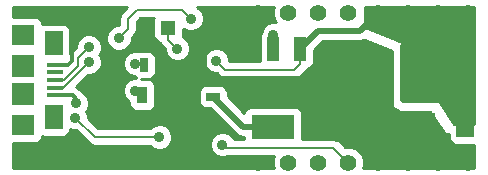
<source format=gbl>
G04 (created by PCBNEW-RS274X (2012-apr-16-27)-stable) date Sun 05 Jan 2014 06:44:37 PM EST*
G01*
G70*
G90*
%MOIN*%
G04 Gerber Fmt 3.4, Leading zero omitted, Abs format*
%FSLAX34Y34*%
G04 APERTURE LIST*
%ADD10C,0.006000*%
%ADD11R,0.074700X0.074700*%
%ADD12R,0.074700X0.074800*%
%ADD13R,0.074700X0.070700*%
%ADD14R,0.062900X0.082500*%
%ADD15R,0.053000X0.015700*%
%ADD16C,0.189000*%
%ADD17R,0.189000X0.189000*%
%ADD18R,0.144000X0.080000*%
%ADD19R,0.040000X0.080000*%
%ADD20R,0.060000X0.080000*%
%ADD21R,0.035000X0.055000*%
%ADD22R,0.025000X0.045000*%
%ADD23R,0.045000X0.025000*%
%ADD24R,0.050000X0.050000*%
%ADD25C,0.055000*%
%ADD26C,0.035000*%
%ADD27C,0.008000*%
%ADD28C,0.020000*%
%ADD29C,0.012000*%
%ADD30C,0.010000*%
G04 APERTURE END LIST*
G54D10*
G54D11*
X60670Y-27222D03*
G54D12*
X60670Y-26278D03*
G54D13*
X60670Y-25254D03*
G54D14*
X61674Y-27970D03*
G54D15*
X61724Y-27261D03*
X61724Y-27005D03*
X61724Y-26750D03*
X61724Y-26495D03*
X61724Y-26239D03*
G54D14*
X61674Y-25530D03*
G54D13*
X60670Y-28246D03*
G54D16*
X71750Y-26500D03*
G54D17*
X74150Y-26500D03*
G54D16*
X72650Y-28500D03*
G54D18*
X69000Y-28300D03*
G54D19*
X69000Y-25700D03*
X69900Y-25700D03*
X68100Y-25700D03*
G54D20*
X75400Y-28250D03*
X74100Y-28250D03*
G54D21*
X64625Y-27250D03*
X65375Y-27250D03*
G54D22*
X64700Y-26250D03*
X65300Y-26250D03*
G54D23*
X67000Y-27300D03*
X67000Y-26700D03*
G54D24*
X65500Y-25000D03*
G54D25*
X68500Y-29500D03*
X69500Y-29500D03*
X70500Y-29500D03*
X71500Y-29500D03*
X72500Y-29500D03*
X73500Y-29500D03*
X74500Y-29500D03*
X75500Y-29500D03*
X75500Y-24500D03*
X74500Y-24500D03*
X73500Y-24500D03*
X72500Y-24500D03*
X71500Y-24500D03*
X70500Y-24500D03*
X69500Y-24500D03*
X68500Y-24500D03*
G54D26*
X67100Y-26100D03*
X66250Y-24700D03*
X63850Y-25350D03*
X69000Y-25250D03*
X69000Y-28100D03*
X67300Y-28900D03*
X62300Y-24850D03*
X64700Y-25000D03*
X65400Y-26700D03*
X65200Y-28000D03*
X62400Y-28000D03*
X65200Y-28650D03*
X62850Y-25650D03*
X62850Y-26150D03*
X65800Y-25700D03*
X64400Y-26200D03*
X62425Y-27525D03*
X64400Y-27100D03*
G54D27*
X69900Y-25700D02*
X69900Y-26200D01*
G54D28*
X70500Y-25100D02*
X71900Y-25100D01*
X69900Y-25700D02*
X70500Y-25100D01*
G54D27*
X69900Y-26200D02*
X69700Y-26400D01*
X67400Y-26400D02*
X67100Y-26100D01*
X69700Y-26400D02*
X67400Y-26400D01*
G54D28*
X71900Y-25100D02*
X72500Y-24500D01*
X75400Y-27750D02*
X74150Y-26500D01*
X75400Y-28250D02*
X75400Y-27750D01*
G54D27*
X65950Y-24400D02*
X66250Y-24700D01*
X64450Y-24400D02*
X65950Y-24400D01*
X64150Y-25050D02*
X64150Y-24700D01*
X63850Y-25350D02*
X64150Y-25050D01*
X64150Y-24700D02*
X64450Y-24400D01*
G54D28*
X69000Y-28100D02*
X69000Y-28300D01*
X69000Y-25700D02*
X69000Y-25250D01*
X68000Y-28300D02*
X69000Y-28300D01*
X67000Y-27300D02*
X68000Y-28300D01*
G54D27*
X67300Y-28900D02*
X67400Y-29000D01*
X67400Y-29000D02*
X71000Y-29000D01*
X71000Y-29000D02*
X71500Y-29500D01*
G54D29*
X62300Y-26100D02*
X62300Y-24850D01*
X62161Y-26239D02*
X62300Y-26100D01*
X62161Y-26239D02*
X61724Y-26239D01*
G54D28*
X68100Y-26700D02*
X71550Y-26700D01*
X68100Y-24900D02*
X68500Y-24500D01*
X67900Y-25500D02*
X66700Y-25500D01*
X68500Y-29500D02*
X67000Y-29500D01*
X68100Y-25700D02*
X67900Y-25500D01*
X65375Y-26700D02*
X66700Y-26700D01*
X65375Y-26325D02*
X65300Y-26250D01*
X66700Y-26700D02*
X67000Y-26700D01*
X72900Y-28250D02*
X72650Y-28500D01*
X68100Y-25700D02*
X68100Y-24900D01*
X65375Y-27250D02*
X65375Y-26700D01*
X67000Y-26700D02*
X68100Y-26700D01*
X71550Y-26700D02*
X71750Y-26500D01*
G54D27*
X65375Y-27875D02*
X65325Y-27875D01*
G54D28*
X64700Y-25300D02*
X64700Y-25000D01*
X74100Y-28250D02*
X72900Y-28250D01*
X66700Y-25500D02*
X66700Y-26700D01*
X67000Y-29500D02*
X65375Y-27875D01*
G54D27*
X65400Y-26700D02*
X65375Y-26700D01*
G54D28*
X65375Y-27875D02*
X65375Y-27250D01*
X65375Y-26700D02*
X65375Y-26325D01*
X65300Y-25900D02*
X64700Y-25300D01*
X65300Y-26250D02*
X65300Y-25900D01*
G54D27*
X65325Y-27875D02*
X65200Y-28000D01*
X62400Y-28000D02*
X63050Y-28650D01*
X63050Y-28650D02*
X63400Y-28650D01*
X63400Y-28650D02*
X65200Y-28650D01*
X61724Y-26750D02*
X62020Y-26750D01*
X62500Y-26270D02*
X62500Y-26000D01*
X62500Y-26000D02*
X62850Y-25650D01*
X62020Y-26750D02*
X62500Y-26270D01*
X61724Y-27005D02*
X61995Y-27005D01*
X61995Y-27005D02*
X62850Y-26150D01*
X65500Y-25400D02*
X65500Y-25000D01*
X65800Y-25700D02*
X65500Y-25400D01*
X64450Y-26250D02*
X64700Y-26250D01*
X64400Y-26200D02*
X64450Y-26250D01*
G54D29*
X61724Y-27261D02*
X62311Y-27261D01*
X62425Y-27375D02*
X62425Y-27525D01*
X62311Y-27261D02*
X62425Y-27375D01*
X64400Y-27100D02*
X64550Y-27250D01*
X64550Y-27250D02*
X64625Y-27250D01*
G54D10*
G36*
X75675Y-28200D02*
X75027Y-28200D01*
X74527Y-27450D01*
X73300Y-27450D01*
X73300Y-25466D01*
X72050Y-24966D01*
X72050Y-24325D01*
X75675Y-24325D01*
X75675Y-28200D01*
X75675Y-28200D01*
G37*
G54D30*
X75675Y-28200D02*
X75027Y-28200D01*
X74527Y-27450D01*
X73300Y-27450D01*
X73300Y-25466D01*
X72050Y-24966D01*
X72050Y-24325D01*
X75675Y-24325D01*
X75675Y-28200D01*
G54D10*
G36*
X75675Y-29675D02*
X71995Y-29675D01*
X72025Y-29605D01*
X72025Y-29396D01*
X71945Y-29203D01*
X71798Y-29055D01*
X71605Y-28975D01*
X71396Y-28975D01*
X71388Y-28978D01*
X71205Y-28795D01*
X71111Y-28732D01*
X71000Y-28710D01*
X69969Y-28710D01*
X69969Y-28651D01*
X69969Y-27851D01*
X69931Y-27759D01*
X69861Y-27689D01*
X69770Y-27651D01*
X69671Y-27651D01*
X68231Y-27651D01*
X68139Y-27689D01*
X68069Y-27759D01*
X68035Y-27840D01*
X67474Y-27279D01*
X67474Y-27126D01*
X67436Y-27034D01*
X67366Y-26964D01*
X67275Y-26926D01*
X67176Y-26926D01*
X66726Y-26926D01*
X66634Y-26964D01*
X66564Y-27034D01*
X66526Y-27125D01*
X66526Y-27224D01*
X66526Y-27474D01*
X66564Y-27566D01*
X66634Y-27636D01*
X66725Y-27674D01*
X66824Y-27674D01*
X66879Y-27674D01*
X67752Y-28547D01*
X67753Y-28547D01*
X67866Y-28623D01*
X68000Y-28650D01*
X68031Y-28650D01*
X68031Y-28710D01*
X67681Y-28710D01*
X67661Y-28660D01*
X67541Y-28540D01*
X67385Y-28475D01*
X67216Y-28475D01*
X67060Y-28539D01*
X66940Y-28659D01*
X66875Y-28815D01*
X66875Y-28984D01*
X66939Y-29140D01*
X67059Y-29260D01*
X67215Y-29325D01*
X67384Y-29325D01*
X67469Y-29290D01*
X69018Y-29290D01*
X68975Y-29395D01*
X68975Y-29604D01*
X69004Y-29675D01*
X60325Y-29675D01*
X60325Y-28848D01*
X60346Y-28848D01*
X61092Y-28848D01*
X61184Y-28810D01*
X61254Y-28740D01*
X61292Y-28649D01*
X61292Y-28623D01*
X61310Y-28631D01*
X61409Y-28631D01*
X62037Y-28631D01*
X62129Y-28593D01*
X62199Y-28523D01*
X62237Y-28432D01*
X62237Y-28392D01*
X62315Y-28425D01*
X62415Y-28425D01*
X62845Y-28855D01*
X62939Y-28918D01*
X63050Y-28940D01*
X63400Y-28940D01*
X64889Y-28940D01*
X64959Y-29010D01*
X65115Y-29075D01*
X65284Y-29075D01*
X65440Y-29011D01*
X65560Y-28891D01*
X65625Y-28735D01*
X65625Y-28566D01*
X65561Y-28410D01*
X65441Y-28290D01*
X65285Y-28225D01*
X65116Y-28225D01*
X65074Y-28242D01*
X65074Y-26525D01*
X65074Y-26426D01*
X65074Y-25976D01*
X65036Y-25884D01*
X64966Y-25814D01*
X64875Y-25776D01*
X64776Y-25776D01*
X64526Y-25776D01*
X64506Y-25784D01*
X64485Y-25775D01*
X64316Y-25775D01*
X64160Y-25839D01*
X64040Y-25959D01*
X63975Y-26115D01*
X63975Y-26284D01*
X64039Y-26440D01*
X64159Y-26560D01*
X64315Y-26625D01*
X64373Y-26625D01*
X64423Y-26675D01*
X64316Y-26675D01*
X64160Y-26739D01*
X64040Y-26859D01*
X63975Y-27015D01*
X63975Y-27184D01*
X64039Y-27340D01*
X64159Y-27460D01*
X64201Y-27477D01*
X64201Y-27574D01*
X64239Y-27666D01*
X64309Y-27736D01*
X64400Y-27774D01*
X64499Y-27774D01*
X64849Y-27774D01*
X64941Y-27736D01*
X65011Y-27666D01*
X65049Y-27575D01*
X65049Y-27476D01*
X65049Y-26926D01*
X65011Y-26834D01*
X64941Y-26764D01*
X64850Y-26726D01*
X64751Y-26726D01*
X64607Y-26726D01*
X64602Y-26724D01*
X64624Y-26724D01*
X64874Y-26724D01*
X64966Y-26686D01*
X65036Y-26616D01*
X65074Y-26525D01*
X65074Y-28242D01*
X64960Y-28289D01*
X64889Y-28360D01*
X63400Y-28360D01*
X63170Y-28360D01*
X62825Y-28015D01*
X62825Y-27916D01*
X62769Y-27781D01*
X62785Y-27766D01*
X62850Y-27610D01*
X62850Y-27441D01*
X62786Y-27285D01*
X62666Y-27165D01*
X62644Y-27156D01*
X62643Y-27155D01*
X62530Y-27042D01*
X62432Y-26977D01*
X62835Y-26575D01*
X62934Y-26575D01*
X63090Y-26511D01*
X63210Y-26391D01*
X63275Y-26235D01*
X63275Y-26066D01*
X63211Y-25910D01*
X63201Y-25900D01*
X63210Y-25891D01*
X63275Y-25735D01*
X63275Y-25566D01*
X63211Y-25410D01*
X63091Y-25290D01*
X62935Y-25225D01*
X62766Y-25225D01*
X62610Y-25289D01*
X62490Y-25409D01*
X62425Y-25565D01*
X62425Y-25665D01*
X62295Y-25795D01*
X62237Y-25881D01*
X62237Y-25069D01*
X62199Y-24977D01*
X62129Y-24907D01*
X62038Y-24869D01*
X61939Y-24869D01*
X61311Y-24869D01*
X61292Y-24876D01*
X61292Y-24852D01*
X61254Y-24760D01*
X61184Y-24690D01*
X61093Y-24652D01*
X60994Y-24652D01*
X60325Y-24652D01*
X60325Y-24325D01*
X64115Y-24325D01*
X63945Y-24495D01*
X63882Y-24589D01*
X63860Y-24700D01*
X63860Y-24925D01*
X63766Y-24925D01*
X63610Y-24989D01*
X63490Y-25109D01*
X63425Y-25265D01*
X63425Y-25434D01*
X63489Y-25590D01*
X63609Y-25710D01*
X63765Y-25775D01*
X63934Y-25775D01*
X64090Y-25711D01*
X64210Y-25591D01*
X64275Y-25435D01*
X64275Y-25335D01*
X64355Y-25255D01*
X64418Y-25161D01*
X64440Y-25050D01*
X64440Y-24820D01*
X64570Y-24690D01*
X65005Y-24690D01*
X65001Y-24700D01*
X65001Y-24799D01*
X65001Y-25299D01*
X65039Y-25391D01*
X65109Y-25461D01*
X65200Y-25499D01*
X65229Y-25499D01*
X65232Y-25511D01*
X65295Y-25605D01*
X65375Y-25685D01*
X65375Y-25784D01*
X65439Y-25940D01*
X65559Y-26060D01*
X65715Y-26125D01*
X65884Y-26125D01*
X66040Y-26061D01*
X66160Y-25941D01*
X66225Y-25785D01*
X66225Y-25616D01*
X66161Y-25460D01*
X66041Y-25340D01*
X65990Y-25319D01*
X65999Y-25300D01*
X65999Y-25201D01*
X65999Y-25050D01*
X66009Y-25060D01*
X66165Y-25125D01*
X66334Y-25125D01*
X66490Y-25061D01*
X66610Y-24941D01*
X66675Y-24785D01*
X66675Y-24616D01*
X66611Y-24460D01*
X66491Y-24340D01*
X66455Y-24325D01*
X69004Y-24325D01*
X68975Y-24395D01*
X68975Y-24604D01*
X69055Y-24797D01*
X69082Y-24825D01*
X68916Y-24825D01*
X68760Y-24889D01*
X68640Y-25009D01*
X68575Y-25165D01*
X68575Y-25192D01*
X68551Y-25250D01*
X68551Y-25349D01*
X68551Y-26110D01*
X67525Y-26110D01*
X67525Y-26016D01*
X67461Y-25860D01*
X67341Y-25740D01*
X67185Y-25675D01*
X67016Y-25675D01*
X66860Y-25739D01*
X66740Y-25859D01*
X66675Y-26015D01*
X66675Y-26184D01*
X66739Y-26340D01*
X66859Y-26460D01*
X67015Y-26525D01*
X67115Y-26525D01*
X67195Y-26605D01*
X67289Y-26668D01*
X67400Y-26690D01*
X69700Y-26690D01*
X69811Y-26668D01*
X69905Y-26605D01*
X70104Y-26406D01*
X70104Y-26405D01*
X70105Y-26405D01*
X70142Y-26349D01*
X70149Y-26349D01*
X70241Y-26311D01*
X70311Y-26241D01*
X70349Y-26150D01*
X70349Y-26051D01*
X70349Y-25745D01*
X70644Y-25450D01*
X71900Y-25450D01*
X71900Y-25449D01*
X72034Y-25423D01*
X72039Y-25419D01*
X72950Y-25784D01*
X72950Y-27800D01*
X74223Y-27800D01*
X74723Y-28550D01*
X74851Y-28550D01*
X74851Y-28699D01*
X74889Y-28791D01*
X74959Y-28861D01*
X75050Y-28899D01*
X75149Y-28899D01*
X75675Y-28899D01*
X75675Y-29675D01*
X75675Y-29675D01*
G37*
G54D30*
X75675Y-29675D02*
X71995Y-29675D01*
X72025Y-29605D01*
X72025Y-29396D01*
X71945Y-29203D01*
X71798Y-29055D01*
X71605Y-28975D01*
X71396Y-28975D01*
X71388Y-28978D01*
X71205Y-28795D01*
X71111Y-28732D01*
X71000Y-28710D01*
X69969Y-28710D01*
X69969Y-28651D01*
X69969Y-27851D01*
X69931Y-27759D01*
X69861Y-27689D01*
X69770Y-27651D01*
X69671Y-27651D01*
X68231Y-27651D01*
X68139Y-27689D01*
X68069Y-27759D01*
X68035Y-27840D01*
X67474Y-27279D01*
X67474Y-27126D01*
X67436Y-27034D01*
X67366Y-26964D01*
X67275Y-26926D01*
X67176Y-26926D01*
X66726Y-26926D01*
X66634Y-26964D01*
X66564Y-27034D01*
X66526Y-27125D01*
X66526Y-27224D01*
X66526Y-27474D01*
X66564Y-27566D01*
X66634Y-27636D01*
X66725Y-27674D01*
X66824Y-27674D01*
X66879Y-27674D01*
X67752Y-28547D01*
X67753Y-28547D01*
X67866Y-28623D01*
X68000Y-28650D01*
X68031Y-28650D01*
X68031Y-28710D01*
X67681Y-28710D01*
X67661Y-28660D01*
X67541Y-28540D01*
X67385Y-28475D01*
X67216Y-28475D01*
X67060Y-28539D01*
X66940Y-28659D01*
X66875Y-28815D01*
X66875Y-28984D01*
X66939Y-29140D01*
X67059Y-29260D01*
X67215Y-29325D01*
X67384Y-29325D01*
X67469Y-29290D01*
X69018Y-29290D01*
X68975Y-29395D01*
X68975Y-29604D01*
X69004Y-29675D01*
X60325Y-29675D01*
X60325Y-28848D01*
X60346Y-28848D01*
X61092Y-28848D01*
X61184Y-28810D01*
X61254Y-28740D01*
X61292Y-28649D01*
X61292Y-28623D01*
X61310Y-28631D01*
X61409Y-28631D01*
X62037Y-28631D01*
X62129Y-28593D01*
X62199Y-28523D01*
X62237Y-28432D01*
X62237Y-28392D01*
X62315Y-28425D01*
X62415Y-28425D01*
X62845Y-28855D01*
X62939Y-28918D01*
X63050Y-28940D01*
X63400Y-28940D01*
X64889Y-28940D01*
X64959Y-29010D01*
X65115Y-29075D01*
X65284Y-29075D01*
X65440Y-29011D01*
X65560Y-28891D01*
X65625Y-28735D01*
X65625Y-28566D01*
X65561Y-28410D01*
X65441Y-28290D01*
X65285Y-28225D01*
X65116Y-28225D01*
X65074Y-28242D01*
X65074Y-26525D01*
X65074Y-26426D01*
X65074Y-25976D01*
X65036Y-25884D01*
X64966Y-25814D01*
X64875Y-25776D01*
X64776Y-25776D01*
X64526Y-25776D01*
X64506Y-25784D01*
X64485Y-25775D01*
X64316Y-25775D01*
X64160Y-25839D01*
X64040Y-25959D01*
X63975Y-26115D01*
X63975Y-26284D01*
X64039Y-26440D01*
X64159Y-26560D01*
X64315Y-26625D01*
X64373Y-26625D01*
X64423Y-26675D01*
X64316Y-26675D01*
X64160Y-26739D01*
X64040Y-26859D01*
X63975Y-27015D01*
X63975Y-27184D01*
X64039Y-27340D01*
X64159Y-27460D01*
X64201Y-27477D01*
X64201Y-27574D01*
X64239Y-27666D01*
X64309Y-27736D01*
X64400Y-27774D01*
X64499Y-27774D01*
X64849Y-27774D01*
X64941Y-27736D01*
X65011Y-27666D01*
X65049Y-27575D01*
X65049Y-27476D01*
X65049Y-26926D01*
X65011Y-26834D01*
X64941Y-26764D01*
X64850Y-26726D01*
X64751Y-26726D01*
X64607Y-26726D01*
X64602Y-26724D01*
X64624Y-26724D01*
X64874Y-26724D01*
X64966Y-26686D01*
X65036Y-26616D01*
X65074Y-26525D01*
X65074Y-28242D01*
X64960Y-28289D01*
X64889Y-28360D01*
X63400Y-28360D01*
X63170Y-28360D01*
X62825Y-28015D01*
X62825Y-27916D01*
X62769Y-27781D01*
X62785Y-27766D01*
X62850Y-27610D01*
X62850Y-27441D01*
X62786Y-27285D01*
X62666Y-27165D01*
X62644Y-27156D01*
X62643Y-27155D01*
X62530Y-27042D01*
X62432Y-26977D01*
X62835Y-26575D01*
X62934Y-26575D01*
X63090Y-26511D01*
X63210Y-26391D01*
X63275Y-26235D01*
X63275Y-26066D01*
X63211Y-25910D01*
X63201Y-25900D01*
X63210Y-25891D01*
X63275Y-25735D01*
X63275Y-25566D01*
X63211Y-25410D01*
X63091Y-25290D01*
X62935Y-25225D01*
X62766Y-25225D01*
X62610Y-25289D01*
X62490Y-25409D01*
X62425Y-25565D01*
X62425Y-25665D01*
X62295Y-25795D01*
X62237Y-25881D01*
X62237Y-25069D01*
X62199Y-24977D01*
X62129Y-24907D01*
X62038Y-24869D01*
X61939Y-24869D01*
X61311Y-24869D01*
X61292Y-24876D01*
X61292Y-24852D01*
X61254Y-24760D01*
X61184Y-24690D01*
X61093Y-24652D01*
X60994Y-24652D01*
X60325Y-24652D01*
X60325Y-24325D01*
X64115Y-24325D01*
X63945Y-24495D01*
X63882Y-24589D01*
X63860Y-24700D01*
X63860Y-24925D01*
X63766Y-24925D01*
X63610Y-24989D01*
X63490Y-25109D01*
X63425Y-25265D01*
X63425Y-25434D01*
X63489Y-25590D01*
X63609Y-25710D01*
X63765Y-25775D01*
X63934Y-25775D01*
X64090Y-25711D01*
X64210Y-25591D01*
X64275Y-25435D01*
X64275Y-25335D01*
X64355Y-25255D01*
X64418Y-25161D01*
X64440Y-25050D01*
X64440Y-24820D01*
X64570Y-24690D01*
X65005Y-24690D01*
X65001Y-24700D01*
X65001Y-24799D01*
X65001Y-25299D01*
X65039Y-25391D01*
X65109Y-25461D01*
X65200Y-25499D01*
X65229Y-25499D01*
X65232Y-25511D01*
X65295Y-25605D01*
X65375Y-25685D01*
X65375Y-25784D01*
X65439Y-25940D01*
X65559Y-26060D01*
X65715Y-26125D01*
X65884Y-26125D01*
X66040Y-26061D01*
X66160Y-25941D01*
X66225Y-25785D01*
X66225Y-25616D01*
X66161Y-25460D01*
X66041Y-25340D01*
X65990Y-25319D01*
X65999Y-25300D01*
X65999Y-25201D01*
X65999Y-25050D01*
X66009Y-25060D01*
X66165Y-25125D01*
X66334Y-25125D01*
X66490Y-25061D01*
X66610Y-24941D01*
X66675Y-24785D01*
X66675Y-24616D01*
X66611Y-24460D01*
X66491Y-24340D01*
X66455Y-24325D01*
X69004Y-24325D01*
X68975Y-24395D01*
X68975Y-24604D01*
X69055Y-24797D01*
X69082Y-24825D01*
X68916Y-24825D01*
X68760Y-24889D01*
X68640Y-25009D01*
X68575Y-25165D01*
X68575Y-25192D01*
X68551Y-25250D01*
X68551Y-25349D01*
X68551Y-26110D01*
X67525Y-26110D01*
X67525Y-26016D01*
X67461Y-25860D01*
X67341Y-25740D01*
X67185Y-25675D01*
X67016Y-25675D01*
X66860Y-25739D01*
X66740Y-25859D01*
X66675Y-26015D01*
X66675Y-26184D01*
X66739Y-26340D01*
X66859Y-26460D01*
X67015Y-26525D01*
X67115Y-26525D01*
X67195Y-26605D01*
X67289Y-26668D01*
X67400Y-26690D01*
X69700Y-26690D01*
X69811Y-26668D01*
X69905Y-26605D01*
X70104Y-26406D01*
X70104Y-26405D01*
X70105Y-26405D01*
X70142Y-26349D01*
X70149Y-26349D01*
X70241Y-26311D01*
X70311Y-26241D01*
X70349Y-26150D01*
X70349Y-26051D01*
X70349Y-25745D01*
X70644Y-25450D01*
X71900Y-25450D01*
X71900Y-25449D01*
X72034Y-25423D01*
X72039Y-25419D01*
X72950Y-25784D01*
X72950Y-27800D01*
X74223Y-27800D01*
X74723Y-28550D01*
X74851Y-28550D01*
X74851Y-28699D01*
X74889Y-28791D01*
X74959Y-28861D01*
X75050Y-28899D01*
X75149Y-28899D01*
X75675Y-28899D01*
X75675Y-29675D01*
M02*

</source>
